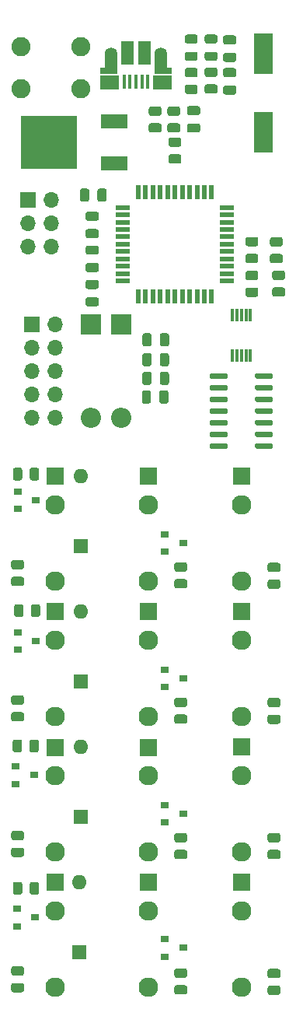
<source format=gbr>
%TF.GenerationSoftware,KiCad,Pcbnew,(5.1.9)-1*%
%TF.CreationDate,2021-05-12T23:24:28-04:00*%
%TF.ProjectId,main,6d61696e-2e6b-4696-9361-645f70636258,rev?*%
%TF.SameCoordinates,Original*%
%TF.FileFunction,Soldermask,Bot*%
%TF.FilePolarity,Negative*%
%FSLAX46Y46*%
G04 Gerber Fmt 4.6, Leading zero omitted, Abs format (unit mm)*
G04 Created by KiCad (PCBNEW (5.1.9)-1) date 2021-05-12 23:24:28*
%MOMM*%
%LPD*%
G01*
G04 APERTURE LIST*
%ADD10O,1.700000X1.700000*%
%ADD11R,1.700000X1.700000*%
%ADD12R,3.000000X1.600000*%
%ADD13R,6.200000X5.800000*%
%ADD14R,2.200000X2.200000*%
%ADD15O,2.200000X2.200000*%
%ADD16R,0.900000X0.800000*%
%ADD17R,1.600000X1.600000*%
%ADD18O,1.600000X1.600000*%
%ADD19R,1.350000X2.000000*%
%ADD20R,1.825000X0.700000*%
%ADD21R,2.000000X1.500000*%
%ADD22R,0.400000X1.650000*%
%ADD23O,1.100000X1.500000*%
%ADD24O,1.350000X1.700000*%
%ADD25R,1.430000X2.500000*%
%ADD26C,2.130000*%
%ADD27R,1.930000X1.830000*%
%ADD28C,2.082800*%
%ADD29R,1.500000X0.550000*%
%ADD30R,0.550000X1.500000*%
%ADD31R,0.300000X1.400000*%
%ADD32R,2.000000X4.500000*%
G04 APERTURE END LIST*
D10*
%TO.C,J15*%
X157099000Y-69215000D03*
X154559000Y-69215000D03*
X157099000Y-66675000D03*
X154559000Y-66675000D03*
X157099000Y-64135000D03*
D11*
X154559000Y-64135000D03*
%TD*%
D12*
%TO.C,IC1*%
X163945000Y-60197000D03*
D13*
X156845000Y-57912000D03*
D12*
X163945000Y-55627000D03*
%TD*%
%TO.C,R25*%
G36*
G01*
X174047998Y-51557500D02*
X174948002Y-51557500D01*
G75*
G02*
X175198000Y-51807498I0J-249998D01*
G01*
X175198000Y-52332502D01*
G75*
G02*
X174948002Y-52582500I-249998J0D01*
G01*
X174047998Y-52582500D01*
G75*
G02*
X173798000Y-52332502I0J249998D01*
G01*
X173798000Y-51807498D01*
G75*
G02*
X174047998Y-51557500I249998J0D01*
G01*
G37*
G36*
G01*
X174047998Y-49732500D02*
X174948002Y-49732500D01*
G75*
G02*
X175198000Y-49982498I0J-249998D01*
G01*
X175198000Y-50507502D01*
G75*
G02*
X174948002Y-50757500I-249998J0D01*
G01*
X174047998Y-50757500D01*
G75*
G02*
X173798000Y-50507502I0J249998D01*
G01*
X173798000Y-49982498D01*
G75*
G02*
X174047998Y-49732500I249998J0D01*
G01*
G37*
%TD*%
D10*
%TO.C,J2*%
X157480000Y-87884000D03*
X154940000Y-87884000D03*
X157480000Y-85344000D03*
X154940000Y-85344000D03*
X157480000Y-82804000D03*
X154940000Y-82804000D03*
X157480000Y-80264000D03*
X154940000Y-80264000D03*
X157480000Y-77724000D03*
D11*
X154940000Y-77724000D03*
%TD*%
%TO.C,C1*%
G36*
G01*
X161069000Y-67318000D02*
X162019000Y-67318000D01*
G75*
G02*
X162269000Y-67568000I0J-250000D01*
G01*
X162269000Y-68068000D01*
G75*
G02*
X162019000Y-68318000I-250000J0D01*
G01*
X161069000Y-68318000D01*
G75*
G02*
X160819000Y-68068000I0J250000D01*
G01*
X160819000Y-67568000D01*
G75*
G02*
X161069000Y-67318000I250000J0D01*
G01*
G37*
G36*
G01*
X161069000Y-65418000D02*
X162019000Y-65418000D01*
G75*
G02*
X162269000Y-65668000I0J-250000D01*
G01*
X162269000Y-66168000D01*
G75*
G02*
X162019000Y-66418000I-250000J0D01*
G01*
X161069000Y-66418000D01*
G75*
G02*
X160819000Y-66168000I0J250000D01*
G01*
X160819000Y-65668000D01*
G75*
G02*
X161069000Y-65418000I250000J0D01*
G01*
G37*
%TD*%
%TO.C,C2*%
G36*
G01*
X173068000Y-56822000D02*
X172118000Y-56822000D01*
G75*
G02*
X171868000Y-56572000I0J250000D01*
G01*
X171868000Y-56072000D01*
G75*
G02*
X172118000Y-55822000I250000J0D01*
G01*
X173068000Y-55822000D01*
G75*
G02*
X173318000Y-56072000I0J-250000D01*
G01*
X173318000Y-56572000D01*
G75*
G02*
X173068000Y-56822000I-250000J0D01*
G01*
G37*
G36*
G01*
X173068000Y-54922000D02*
X172118000Y-54922000D01*
G75*
G02*
X171868000Y-54672000I0J250000D01*
G01*
X171868000Y-54172000D01*
G75*
G02*
X172118000Y-53922000I250000J0D01*
G01*
X173068000Y-53922000D01*
G75*
G02*
X173318000Y-54172000I0J-250000D01*
G01*
X173318000Y-54672000D01*
G75*
G02*
X173068000Y-54922000I-250000J0D01*
G01*
G37*
%TD*%
%TO.C,C3*%
G36*
G01*
X176055000Y-46236000D02*
X177005000Y-46236000D01*
G75*
G02*
X177255000Y-46486000I0J-250000D01*
G01*
X177255000Y-46986000D01*
G75*
G02*
X177005000Y-47236000I-250000J0D01*
G01*
X176055000Y-47236000D01*
G75*
G02*
X175805000Y-46986000I0J250000D01*
G01*
X175805000Y-46486000D01*
G75*
G02*
X176055000Y-46236000I250000J0D01*
G01*
G37*
G36*
G01*
X176055000Y-48136000D02*
X177005000Y-48136000D01*
G75*
G02*
X177255000Y-48386000I0J-250000D01*
G01*
X177255000Y-48886000D01*
G75*
G02*
X177005000Y-49136000I-250000J0D01*
G01*
X176055000Y-49136000D01*
G75*
G02*
X175805000Y-48886000I0J250000D01*
G01*
X175805000Y-48386000D01*
G75*
G02*
X176055000Y-48136000I250000J0D01*
G01*
G37*
%TD*%
%TO.C,C4*%
G36*
G01*
X177005000Y-50792000D02*
X176055000Y-50792000D01*
G75*
G02*
X175805000Y-50542000I0J250000D01*
G01*
X175805000Y-50042000D01*
G75*
G02*
X176055000Y-49792000I250000J0D01*
G01*
X177005000Y-49792000D01*
G75*
G02*
X177255000Y-50042000I0J-250000D01*
G01*
X177255000Y-50542000D01*
G75*
G02*
X177005000Y-50792000I-250000J0D01*
G01*
G37*
G36*
G01*
X177005000Y-52692000D02*
X176055000Y-52692000D01*
G75*
G02*
X175805000Y-52442000I0J250000D01*
G01*
X175805000Y-51942000D01*
G75*
G02*
X176055000Y-51692000I250000J0D01*
G01*
X177005000Y-51692000D01*
G75*
G02*
X177255000Y-51942000I0J-250000D01*
G01*
X177255000Y-52442000D01*
G75*
G02*
X177005000Y-52692000I-250000J0D01*
G01*
G37*
%TD*%
%TO.C,C5*%
G36*
G01*
X162019000Y-70101000D02*
X161069000Y-70101000D01*
G75*
G02*
X160819000Y-69851000I0J250000D01*
G01*
X160819000Y-69351000D01*
G75*
G02*
X161069000Y-69101000I250000J0D01*
G01*
X162019000Y-69101000D01*
G75*
G02*
X162269000Y-69351000I0J-250000D01*
G01*
X162269000Y-69851000D01*
G75*
G02*
X162019000Y-70101000I-250000J0D01*
G01*
G37*
G36*
G01*
X162019000Y-72001000D02*
X161069000Y-72001000D01*
G75*
G02*
X160819000Y-71751000I0J250000D01*
G01*
X160819000Y-71251000D01*
G75*
G02*
X161069000Y-71001000I250000J0D01*
G01*
X162019000Y-71001000D01*
G75*
G02*
X162269000Y-71251000I0J-250000D01*
G01*
X162269000Y-71751000D01*
G75*
G02*
X162019000Y-72001000I-250000J0D01*
G01*
G37*
%TD*%
%TO.C,C6*%
G36*
G01*
X163121000Y-63152000D02*
X163121000Y-64102000D01*
G75*
G02*
X162871000Y-64352000I-250000J0D01*
G01*
X162371000Y-64352000D01*
G75*
G02*
X162121000Y-64102000I0J250000D01*
G01*
X162121000Y-63152000D01*
G75*
G02*
X162371000Y-62902000I250000J0D01*
G01*
X162871000Y-62902000D01*
G75*
G02*
X163121000Y-63152000I0J-250000D01*
G01*
G37*
G36*
G01*
X161221000Y-63152000D02*
X161221000Y-64102000D01*
G75*
G02*
X160971000Y-64352000I-250000J0D01*
G01*
X160471000Y-64352000D01*
G75*
G02*
X160221000Y-64102000I0J250000D01*
G01*
X160221000Y-63152000D01*
G75*
G02*
X160471000Y-62902000I250000J0D01*
G01*
X160971000Y-62902000D01*
G75*
G02*
X161221000Y-63152000I0J-250000D01*
G01*
G37*
%TD*%
%TO.C,C7*%
G36*
G01*
X161069000Y-72845000D02*
X162019000Y-72845000D01*
G75*
G02*
X162269000Y-73095000I0J-250000D01*
G01*
X162269000Y-73595000D01*
G75*
G02*
X162019000Y-73845000I-250000J0D01*
G01*
X161069000Y-73845000D01*
G75*
G02*
X160819000Y-73595000I0J250000D01*
G01*
X160819000Y-73095000D01*
G75*
G02*
X161069000Y-72845000I250000J0D01*
G01*
G37*
G36*
G01*
X161069000Y-74745000D02*
X162019000Y-74745000D01*
G75*
G02*
X162269000Y-74995000I0J-250000D01*
G01*
X162269000Y-75495000D01*
G75*
G02*
X162019000Y-75745000I-250000J0D01*
G01*
X161069000Y-75745000D01*
G75*
G02*
X160819000Y-75495000I0J250000D01*
G01*
X160819000Y-74995000D01*
G75*
G02*
X161069000Y-74745000I250000J0D01*
G01*
G37*
%TD*%
%TO.C,C8*%
G36*
G01*
X168018000Y-78900000D02*
X168018000Y-79850000D01*
G75*
G02*
X167768000Y-80100000I-250000J0D01*
G01*
X167268000Y-80100000D01*
G75*
G02*
X167018000Y-79850000I0J250000D01*
G01*
X167018000Y-78900000D01*
G75*
G02*
X167268000Y-78650000I250000J0D01*
G01*
X167768000Y-78650000D01*
G75*
G02*
X168018000Y-78900000I0J-250000D01*
G01*
G37*
G36*
G01*
X169918000Y-78900000D02*
X169918000Y-79850000D01*
G75*
G02*
X169668000Y-80100000I-250000J0D01*
G01*
X169168000Y-80100000D01*
G75*
G02*
X168918000Y-79850000I0J250000D01*
G01*
X168918000Y-78900000D01*
G75*
G02*
X169168000Y-78650000I250000J0D01*
G01*
X169668000Y-78650000D01*
G75*
G02*
X169918000Y-78900000I0J-250000D01*
G01*
G37*
%TD*%
%TO.C,C9*%
G36*
G01*
X166952000Y-86073000D02*
X166952000Y-85123000D01*
G75*
G02*
X167202000Y-84873000I250000J0D01*
G01*
X167702000Y-84873000D01*
G75*
G02*
X167952000Y-85123000I0J-250000D01*
G01*
X167952000Y-86073000D01*
G75*
G02*
X167702000Y-86323000I-250000J0D01*
G01*
X167202000Y-86323000D01*
G75*
G02*
X166952000Y-86073000I0J250000D01*
G01*
G37*
G36*
G01*
X168852000Y-86073000D02*
X168852000Y-85123000D01*
G75*
G02*
X169102000Y-84873000I250000J0D01*
G01*
X169602000Y-84873000D01*
G75*
G02*
X169852000Y-85123000I0J-250000D01*
G01*
X169852000Y-86073000D01*
G75*
G02*
X169602000Y-86323000I-250000J0D01*
G01*
X169102000Y-86323000D01*
G75*
G02*
X168852000Y-86073000I0J250000D01*
G01*
G37*
%TD*%
%TO.C,C10*%
G36*
G01*
X168013000Y-81059000D02*
X168013000Y-82009000D01*
G75*
G02*
X167763000Y-82259000I-250000J0D01*
G01*
X167263000Y-82259000D01*
G75*
G02*
X167013000Y-82009000I0J250000D01*
G01*
X167013000Y-81059000D01*
G75*
G02*
X167263000Y-80809000I250000J0D01*
G01*
X167763000Y-80809000D01*
G75*
G02*
X168013000Y-81059000I0J-250000D01*
G01*
G37*
G36*
G01*
X169913000Y-81059000D02*
X169913000Y-82009000D01*
G75*
G02*
X169663000Y-82259000I-250000J0D01*
G01*
X169163000Y-82259000D01*
G75*
G02*
X168913000Y-82009000I0J250000D01*
G01*
X168913000Y-81059000D01*
G75*
G02*
X169163000Y-80809000I250000J0D01*
G01*
X169663000Y-80809000D01*
G75*
G02*
X169913000Y-81059000I0J-250000D01*
G01*
G37*
%TD*%
%TO.C,C11*%
G36*
G01*
X167013000Y-84041000D02*
X167013000Y-83091000D01*
G75*
G02*
X167263000Y-82841000I250000J0D01*
G01*
X167763000Y-82841000D01*
G75*
G02*
X168013000Y-83091000I0J-250000D01*
G01*
X168013000Y-84041000D01*
G75*
G02*
X167763000Y-84291000I-250000J0D01*
G01*
X167263000Y-84291000D01*
G75*
G02*
X167013000Y-84041000I0J250000D01*
G01*
G37*
G36*
G01*
X168913000Y-84041000D02*
X168913000Y-83091000D01*
G75*
G02*
X169163000Y-82841000I250000J0D01*
G01*
X169663000Y-82841000D01*
G75*
G02*
X169913000Y-83091000I0J-250000D01*
G01*
X169913000Y-84041000D01*
G75*
G02*
X169663000Y-84291000I-250000J0D01*
G01*
X169163000Y-84291000D01*
G75*
G02*
X168913000Y-84041000I0J250000D01*
G01*
G37*
%TD*%
D14*
%TO.C,D1*%
X161417000Y-77724000D03*
D15*
X161417000Y-87884000D03*
%TD*%
%TO.C,D2*%
X164719000Y-87884000D03*
D14*
X164719000Y-77724000D03*
%TD*%
%TO.C,D3*%
G36*
G01*
X174954250Y-47126500D02*
X174041750Y-47126500D01*
G75*
G02*
X173798000Y-46882750I0J243750D01*
G01*
X173798000Y-46395250D01*
G75*
G02*
X174041750Y-46151500I243750J0D01*
G01*
X174954250Y-46151500D01*
G75*
G02*
X175198000Y-46395250I0J-243750D01*
G01*
X175198000Y-46882750D01*
G75*
G02*
X174954250Y-47126500I-243750J0D01*
G01*
G37*
G36*
G01*
X174954250Y-49001500D02*
X174041750Y-49001500D01*
G75*
G02*
X173798000Y-48757750I0J243750D01*
G01*
X173798000Y-48270250D01*
G75*
G02*
X174041750Y-48026500I243750J0D01*
G01*
X174954250Y-48026500D01*
G75*
G02*
X175198000Y-48270250I0J-243750D01*
G01*
X175198000Y-48757750D01*
G75*
G02*
X174954250Y-49001500I-243750J0D01*
G01*
G37*
%TD*%
%TO.C,D4*%
G36*
G01*
X172795250Y-49001500D02*
X171882750Y-49001500D01*
G75*
G02*
X171639000Y-48757750I0J243750D01*
G01*
X171639000Y-48270250D01*
G75*
G02*
X171882750Y-48026500I243750J0D01*
G01*
X172795250Y-48026500D01*
G75*
G02*
X173039000Y-48270250I0J-243750D01*
G01*
X173039000Y-48757750D01*
G75*
G02*
X172795250Y-49001500I-243750J0D01*
G01*
G37*
G36*
G01*
X172795250Y-47126500D02*
X171882750Y-47126500D01*
G75*
G02*
X171639000Y-46882750I0J243750D01*
G01*
X171639000Y-46395250D01*
G75*
G02*
X171882750Y-46151500I243750J0D01*
G01*
X172795250Y-46151500D01*
G75*
G02*
X173039000Y-46395250I0J-243750D01*
G01*
X173039000Y-46882750D01*
G75*
G02*
X172795250Y-47126500I-243750J0D01*
G01*
G37*
%TD*%
D16*
%TO.C,D5*%
X171450000Y-101473000D03*
X169450000Y-100523000D03*
X169450000Y-102423000D03*
%TD*%
%TO.C,D6*%
X169450000Y-117155000D03*
X169450000Y-115255000D03*
X171450000Y-116205000D03*
%TD*%
%TO.C,D7*%
X169450000Y-131887000D03*
X169450000Y-129987000D03*
X171450000Y-130937000D03*
%TD*%
%TO.C,D8*%
X171450000Y-145542000D03*
X169450000Y-144592000D03*
X169450000Y-146492000D03*
%TD*%
D17*
%TO.C,D9*%
X160274000Y-101854000D03*
D18*
X160274000Y-94234000D03*
%TD*%
%TO.C,D10*%
X160274000Y-108966000D03*
D17*
X160274000Y-116586000D03*
%TD*%
D18*
%TO.C,D11*%
X160147000Y-138430000D03*
D17*
X160147000Y-146050000D03*
%TD*%
%TO.C,D12*%
X160274000Y-131318000D03*
D18*
X160274000Y-123698000D03*
%TD*%
D19*
%TO.C,J1*%
X169064000Y-49333000D03*
X163584000Y-49333000D03*
D20*
X163364000Y-50083000D03*
X169314000Y-50083000D03*
D21*
X163464000Y-51383000D03*
X169214000Y-51403000D03*
D22*
X165014000Y-51283000D03*
X165664000Y-51283000D03*
X166314000Y-51283000D03*
X166964000Y-51283000D03*
X167614000Y-51283000D03*
D23*
X163894000Y-51403000D03*
X168734000Y-51403000D03*
D24*
X163584000Y-48403000D03*
X169044000Y-48403000D03*
D25*
X165354000Y-48133000D03*
X167274000Y-48133000D03*
%TD*%
D26*
%TO.C,J3*%
X177800000Y-112066000D03*
D27*
X177800000Y-108966000D03*
D26*
X177800000Y-120366000D03*
%TD*%
%TO.C,J4*%
X177800000Y-135098000D03*
D27*
X177800000Y-123698000D03*
D26*
X177800000Y-126798000D03*
%TD*%
%TO.C,J5*%
X177800000Y-149830000D03*
D27*
X177800000Y-138430000D03*
D26*
X177800000Y-141530000D03*
%TD*%
%TO.C,J6*%
X177800000Y-97334000D03*
D27*
X177800000Y-94234000D03*
D26*
X177800000Y-105634000D03*
%TD*%
%TO.C,J7*%
X167640000Y-97334000D03*
D27*
X167640000Y-94234000D03*
D26*
X167640000Y-105634000D03*
%TD*%
%TO.C,J8*%
X167640000Y-112066000D03*
D27*
X167640000Y-108966000D03*
D26*
X167640000Y-120366000D03*
%TD*%
%TO.C,J9*%
X167640000Y-126828000D03*
D27*
X167640000Y-123728000D03*
D26*
X167640000Y-135128000D03*
%TD*%
%TO.C,J10*%
X167640000Y-149830000D03*
D27*
X167640000Y-138430000D03*
D26*
X167640000Y-141530000D03*
%TD*%
%TO.C,J11*%
X157480000Y-105634000D03*
D27*
X157480000Y-94234000D03*
D26*
X157480000Y-97334000D03*
%TD*%
%TO.C,J12*%
X157480000Y-112066000D03*
D27*
X157480000Y-108966000D03*
D26*
X157480000Y-120366000D03*
%TD*%
%TO.C,J13*%
X157480000Y-149830000D03*
D27*
X157480000Y-138430000D03*
D26*
X157480000Y-141530000D03*
%TD*%
%TO.C,J14*%
X157480000Y-135128000D03*
D27*
X157480000Y-123728000D03*
D26*
X157480000Y-126828000D03*
%TD*%
D16*
%TO.C,Q1*%
X155416000Y-96840000D03*
X153416000Y-95890000D03*
X153416000Y-97790000D03*
%TD*%
%TO.C,Q2*%
X153432000Y-113091000D03*
X153432000Y-111191000D03*
X155432000Y-112141000D03*
%TD*%
%TO.C,Q3*%
X155321000Y-142240000D03*
X153321000Y-141290000D03*
X153321000Y-143190000D03*
%TD*%
%TO.C,Q4*%
X153194000Y-127696000D03*
X153194000Y-125796000D03*
X155194000Y-126746000D03*
%TD*%
%TO.C,R1*%
G36*
G01*
X168852002Y-54995500D02*
X167951998Y-54995500D01*
G75*
G02*
X167702000Y-54745502I0J249998D01*
G01*
X167702000Y-54220498D01*
G75*
G02*
X167951998Y-53970500I249998J0D01*
G01*
X168852002Y-53970500D01*
G75*
G02*
X169102000Y-54220498I0J-249998D01*
G01*
X169102000Y-54745502D01*
G75*
G02*
X168852002Y-54995500I-249998J0D01*
G01*
G37*
G36*
G01*
X168852002Y-56820500D02*
X167951998Y-56820500D01*
G75*
G02*
X167702000Y-56570502I0J249998D01*
G01*
X167702000Y-56045498D01*
G75*
G02*
X167951998Y-55795500I249998J0D01*
G01*
X168852002Y-55795500D01*
G75*
G02*
X169102000Y-56045498I0J-249998D01*
G01*
X169102000Y-56570502D01*
G75*
G02*
X168852002Y-56820500I-249998J0D01*
G01*
G37*
%TD*%
%TO.C,R2*%
G36*
G01*
X170884002Y-56820500D02*
X169983998Y-56820500D01*
G75*
G02*
X169734000Y-56570502I0J249998D01*
G01*
X169734000Y-56045498D01*
G75*
G02*
X169983998Y-55795500I249998J0D01*
G01*
X170884002Y-55795500D01*
G75*
G02*
X171134000Y-56045498I0J-249998D01*
G01*
X171134000Y-56570502D01*
G75*
G02*
X170884002Y-56820500I-249998J0D01*
G01*
G37*
G36*
G01*
X170884002Y-54995500D02*
X169983998Y-54995500D01*
G75*
G02*
X169734000Y-54745502I0J249998D01*
G01*
X169734000Y-54220498D01*
G75*
G02*
X169983998Y-53970500I249998J0D01*
G01*
X170884002Y-53970500D01*
G75*
G02*
X171134000Y-54220498I0J-249998D01*
G01*
X171134000Y-54745502D01*
G75*
G02*
X170884002Y-54995500I-249998J0D01*
G01*
G37*
%TD*%
%TO.C,R3*%
G36*
G01*
X171011002Y-58377500D02*
X170110998Y-58377500D01*
G75*
G02*
X169861000Y-58127502I0J249998D01*
G01*
X169861000Y-57602498D01*
G75*
G02*
X170110998Y-57352500I249998J0D01*
G01*
X171011002Y-57352500D01*
G75*
G02*
X171261000Y-57602498I0J-249998D01*
G01*
X171261000Y-58127502D01*
G75*
G02*
X171011002Y-58377500I-249998J0D01*
G01*
G37*
G36*
G01*
X171011002Y-60202500D02*
X170110998Y-60202500D01*
G75*
G02*
X169861000Y-59952502I0J249998D01*
G01*
X169861000Y-59427498D01*
G75*
G02*
X170110998Y-59177500I249998J0D01*
G01*
X171011002Y-59177500D01*
G75*
G02*
X171261000Y-59427498I0J-249998D01*
G01*
X171261000Y-59952502D01*
G75*
G02*
X171011002Y-60202500I-249998J0D01*
G01*
G37*
%TD*%
%TO.C,R4*%
G36*
G01*
X171888998Y-51604500D02*
X172789002Y-51604500D01*
G75*
G02*
X173039000Y-51854498I0J-249998D01*
G01*
X173039000Y-52379502D01*
G75*
G02*
X172789002Y-52629500I-249998J0D01*
G01*
X171888998Y-52629500D01*
G75*
G02*
X171639000Y-52379502I0J249998D01*
G01*
X171639000Y-51854498D01*
G75*
G02*
X171888998Y-51604500I249998J0D01*
G01*
G37*
G36*
G01*
X171888998Y-49779500D02*
X172789002Y-49779500D01*
G75*
G02*
X173039000Y-50029498I0J-249998D01*
G01*
X173039000Y-50554502D01*
G75*
G02*
X172789002Y-50804500I-249998J0D01*
G01*
X171888998Y-50804500D01*
G75*
G02*
X171639000Y-50554502I0J249998D01*
G01*
X171639000Y-50029498D01*
G75*
G02*
X171888998Y-49779500I249998J0D01*
G01*
G37*
%TD*%
%TO.C,R5*%
G36*
G01*
X178492998Y-68171000D02*
X179393002Y-68171000D01*
G75*
G02*
X179643000Y-68420998I0J-249998D01*
G01*
X179643000Y-68946002D01*
G75*
G02*
X179393002Y-69196000I-249998J0D01*
G01*
X178492998Y-69196000D01*
G75*
G02*
X178243000Y-68946002I0J249998D01*
G01*
X178243000Y-68420998D01*
G75*
G02*
X178492998Y-68171000I249998J0D01*
G01*
G37*
G36*
G01*
X178492998Y-69996000D02*
X179393002Y-69996000D01*
G75*
G02*
X179643000Y-70245998I0J-249998D01*
G01*
X179643000Y-70771002D01*
G75*
G02*
X179393002Y-71021000I-249998J0D01*
G01*
X178492998Y-71021000D01*
G75*
G02*
X178243000Y-70771002I0J249998D01*
G01*
X178243000Y-70245998D01*
G75*
G02*
X178492998Y-69996000I249998J0D01*
G01*
G37*
%TD*%
%TO.C,R6*%
G36*
G01*
X178492998Y-71854000D02*
X179393002Y-71854000D01*
G75*
G02*
X179643000Y-72103998I0J-249998D01*
G01*
X179643000Y-72629002D01*
G75*
G02*
X179393002Y-72879000I-249998J0D01*
G01*
X178492998Y-72879000D01*
G75*
G02*
X178243000Y-72629002I0J249998D01*
G01*
X178243000Y-72103998D01*
G75*
G02*
X178492998Y-71854000I249998J0D01*
G01*
G37*
G36*
G01*
X178492998Y-73679000D02*
X179393002Y-73679000D01*
G75*
G02*
X179643000Y-73928998I0J-249998D01*
G01*
X179643000Y-74454002D01*
G75*
G02*
X179393002Y-74704000I-249998J0D01*
G01*
X178492998Y-74704000D01*
G75*
G02*
X178243000Y-74454002I0J249998D01*
G01*
X178243000Y-73928998D01*
G75*
G02*
X178492998Y-73679000I249998J0D01*
G01*
G37*
%TD*%
%TO.C,R7*%
G36*
G01*
X181159998Y-70019500D02*
X182060002Y-70019500D01*
G75*
G02*
X182310000Y-70269498I0J-249998D01*
G01*
X182310000Y-70794502D01*
G75*
G02*
X182060002Y-71044500I-249998J0D01*
G01*
X181159998Y-71044500D01*
G75*
G02*
X180910000Y-70794502I0J249998D01*
G01*
X180910000Y-70269498D01*
G75*
G02*
X181159998Y-70019500I249998J0D01*
G01*
G37*
G36*
G01*
X181159998Y-68194500D02*
X182060002Y-68194500D01*
G75*
G02*
X182310000Y-68444498I0J-249998D01*
G01*
X182310000Y-68969502D01*
G75*
G02*
X182060002Y-69219500I-249998J0D01*
G01*
X181159998Y-69219500D01*
G75*
G02*
X180910000Y-68969502I0J249998D01*
G01*
X180910000Y-68444498D01*
G75*
G02*
X181159998Y-68194500I249998J0D01*
G01*
G37*
%TD*%
%TO.C,R8*%
G36*
G01*
X181413998Y-73655500D02*
X182314002Y-73655500D01*
G75*
G02*
X182564000Y-73905498I0J-249998D01*
G01*
X182564000Y-74430502D01*
G75*
G02*
X182314002Y-74680500I-249998J0D01*
G01*
X181413998Y-74680500D01*
G75*
G02*
X181164000Y-74430502I0J249998D01*
G01*
X181164000Y-73905498D01*
G75*
G02*
X181413998Y-73655500I249998J0D01*
G01*
G37*
G36*
G01*
X181413998Y-71830500D02*
X182314002Y-71830500D01*
G75*
G02*
X182564000Y-72080498I0J-249998D01*
G01*
X182564000Y-72605502D01*
G75*
G02*
X182314002Y-72855500I-249998J0D01*
G01*
X181413998Y-72855500D01*
G75*
G02*
X181164000Y-72605502I0J249998D01*
G01*
X181164000Y-72080498D01*
G75*
G02*
X181413998Y-71830500I249998J0D01*
G01*
G37*
%TD*%
%TO.C,R9*%
G36*
G01*
X181806002Y-119361000D02*
X180905998Y-119361000D01*
G75*
G02*
X180656000Y-119111002I0J249998D01*
G01*
X180656000Y-118585998D01*
G75*
G02*
X180905998Y-118336000I249998J0D01*
G01*
X181806002Y-118336000D01*
G75*
G02*
X182056000Y-118585998I0J-249998D01*
G01*
X182056000Y-119111002D01*
G75*
G02*
X181806002Y-119361000I-249998J0D01*
G01*
G37*
G36*
G01*
X181806002Y-121186000D02*
X180905998Y-121186000D01*
G75*
G02*
X180656000Y-120936002I0J249998D01*
G01*
X180656000Y-120410998D01*
G75*
G02*
X180905998Y-120161000I249998J0D01*
G01*
X181806002Y-120161000D01*
G75*
G02*
X182056000Y-120410998I0J-249998D01*
G01*
X182056000Y-120936002D01*
G75*
G02*
X181806002Y-121186000I-249998J0D01*
G01*
G37*
%TD*%
%TO.C,R10*%
G36*
G01*
X181806002Y-135894500D02*
X180905998Y-135894500D01*
G75*
G02*
X180656000Y-135644502I0J249998D01*
G01*
X180656000Y-135119498D01*
G75*
G02*
X180905998Y-134869500I249998J0D01*
G01*
X181806002Y-134869500D01*
G75*
G02*
X182056000Y-135119498I0J-249998D01*
G01*
X182056000Y-135644502D01*
G75*
G02*
X181806002Y-135894500I-249998J0D01*
G01*
G37*
G36*
G01*
X181806002Y-134069500D02*
X180905998Y-134069500D01*
G75*
G02*
X180656000Y-133819502I0J249998D01*
G01*
X180656000Y-133294498D01*
G75*
G02*
X180905998Y-133044500I249998J0D01*
G01*
X181806002Y-133044500D01*
G75*
G02*
X182056000Y-133294498I0J-249998D01*
G01*
X182056000Y-133819502D01*
G75*
G02*
X181806002Y-134069500I-249998J0D01*
G01*
G37*
%TD*%
%TO.C,R11*%
G36*
G01*
X181806002Y-148848500D02*
X180905998Y-148848500D01*
G75*
G02*
X180656000Y-148598502I0J249998D01*
G01*
X180656000Y-148073498D01*
G75*
G02*
X180905998Y-147823500I249998J0D01*
G01*
X181806002Y-147823500D01*
G75*
G02*
X182056000Y-148073498I0J-249998D01*
G01*
X182056000Y-148598502D01*
G75*
G02*
X181806002Y-148848500I-249998J0D01*
G01*
G37*
G36*
G01*
X181806002Y-150673500D02*
X180905998Y-150673500D01*
G75*
G02*
X180656000Y-150423502I0J249998D01*
G01*
X180656000Y-149898498D01*
G75*
G02*
X180905998Y-149648500I249998J0D01*
G01*
X181806002Y-149648500D01*
G75*
G02*
X182056000Y-149898498I0J-249998D01*
G01*
X182056000Y-150423502D01*
G75*
G02*
X181806002Y-150673500I-249998J0D01*
G01*
G37*
%TD*%
%TO.C,R12*%
G36*
G01*
X181806002Y-106477500D02*
X180905998Y-106477500D01*
G75*
G02*
X180656000Y-106227502I0J249998D01*
G01*
X180656000Y-105702498D01*
G75*
G02*
X180905998Y-105452500I249998J0D01*
G01*
X181806002Y-105452500D01*
G75*
G02*
X182056000Y-105702498I0J-249998D01*
G01*
X182056000Y-106227502D01*
G75*
G02*
X181806002Y-106477500I-249998J0D01*
G01*
G37*
G36*
G01*
X181806002Y-104652500D02*
X180905998Y-104652500D01*
G75*
G02*
X180656000Y-104402502I0J249998D01*
G01*
X180656000Y-103877498D01*
G75*
G02*
X180905998Y-103627500I249998J0D01*
G01*
X181806002Y-103627500D01*
G75*
G02*
X182056000Y-103877498I0J-249998D01*
G01*
X182056000Y-104402502D01*
G75*
G02*
X181806002Y-104652500I-249998J0D01*
G01*
G37*
%TD*%
%TO.C,R13*%
G36*
G01*
X170745998Y-103580500D02*
X171646002Y-103580500D01*
G75*
G02*
X171896000Y-103830498I0J-249998D01*
G01*
X171896000Y-104355502D01*
G75*
G02*
X171646002Y-104605500I-249998J0D01*
G01*
X170745998Y-104605500D01*
G75*
G02*
X170496000Y-104355502I0J249998D01*
G01*
X170496000Y-103830498D01*
G75*
G02*
X170745998Y-103580500I249998J0D01*
G01*
G37*
G36*
G01*
X170745998Y-105405500D02*
X171646002Y-105405500D01*
G75*
G02*
X171896000Y-105655498I0J-249998D01*
G01*
X171896000Y-106180502D01*
G75*
G02*
X171646002Y-106430500I-249998J0D01*
G01*
X170745998Y-106430500D01*
G75*
G02*
X170496000Y-106180502I0J249998D01*
G01*
X170496000Y-105655498D01*
G75*
G02*
X170745998Y-105405500I249998J0D01*
G01*
G37*
%TD*%
%TO.C,R14*%
G36*
G01*
X170745998Y-120137500D02*
X171646002Y-120137500D01*
G75*
G02*
X171896000Y-120387498I0J-249998D01*
G01*
X171896000Y-120912502D01*
G75*
G02*
X171646002Y-121162500I-249998J0D01*
G01*
X170745998Y-121162500D01*
G75*
G02*
X170496000Y-120912502I0J249998D01*
G01*
X170496000Y-120387498D01*
G75*
G02*
X170745998Y-120137500I249998J0D01*
G01*
G37*
G36*
G01*
X170745998Y-118312500D02*
X171646002Y-118312500D01*
G75*
G02*
X171896000Y-118562498I0J-249998D01*
G01*
X171896000Y-119087502D01*
G75*
G02*
X171646002Y-119337500I-249998J0D01*
G01*
X170745998Y-119337500D01*
G75*
G02*
X170496000Y-119087502I0J249998D01*
G01*
X170496000Y-118562498D01*
G75*
G02*
X170745998Y-118312500I249998J0D01*
G01*
G37*
%TD*%
%TO.C,R15*%
G36*
G01*
X170745998Y-133044500D02*
X171646002Y-133044500D01*
G75*
G02*
X171896000Y-133294498I0J-249998D01*
G01*
X171896000Y-133819502D01*
G75*
G02*
X171646002Y-134069500I-249998J0D01*
G01*
X170745998Y-134069500D01*
G75*
G02*
X170496000Y-133819502I0J249998D01*
G01*
X170496000Y-133294498D01*
G75*
G02*
X170745998Y-133044500I249998J0D01*
G01*
G37*
G36*
G01*
X170745998Y-134869500D02*
X171646002Y-134869500D01*
G75*
G02*
X171896000Y-135119498I0J-249998D01*
G01*
X171896000Y-135644502D01*
G75*
G02*
X171646002Y-135894500I-249998J0D01*
G01*
X170745998Y-135894500D01*
G75*
G02*
X170496000Y-135644502I0J249998D01*
G01*
X170496000Y-135119498D01*
G75*
G02*
X170745998Y-134869500I249998J0D01*
G01*
G37*
%TD*%
%TO.C,R16*%
G36*
G01*
X170745998Y-149601500D02*
X171646002Y-149601500D01*
G75*
G02*
X171896000Y-149851498I0J-249998D01*
G01*
X171896000Y-150376502D01*
G75*
G02*
X171646002Y-150626500I-249998J0D01*
G01*
X170745998Y-150626500D01*
G75*
G02*
X170496000Y-150376502I0J249998D01*
G01*
X170496000Y-149851498D01*
G75*
G02*
X170745998Y-149601500I249998J0D01*
G01*
G37*
G36*
G01*
X170745998Y-147776500D02*
X171646002Y-147776500D01*
G75*
G02*
X171896000Y-148026498I0J-249998D01*
G01*
X171896000Y-148551502D01*
G75*
G02*
X171646002Y-148801500I-249998J0D01*
G01*
X170745998Y-148801500D01*
G75*
G02*
X170496000Y-148551502I0J249998D01*
G01*
X170496000Y-148026498D01*
G75*
G02*
X170745998Y-147776500I249998J0D01*
G01*
G37*
%TD*%
%TO.C,R17*%
G36*
G01*
X152965998Y-103326500D02*
X153866002Y-103326500D01*
G75*
G02*
X154116000Y-103576498I0J-249998D01*
G01*
X154116000Y-104101502D01*
G75*
G02*
X153866002Y-104351500I-249998J0D01*
G01*
X152965998Y-104351500D01*
G75*
G02*
X152716000Y-104101502I0J249998D01*
G01*
X152716000Y-103576498D01*
G75*
G02*
X152965998Y-103326500I249998J0D01*
G01*
G37*
G36*
G01*
X152965998Y-105151500D02*
X153866002Y-105151500D01*
G75*
G02*
X154116000Y-105401498I0J-249998D01*
G01*
X154116000Y-105926502D01*
G75*
G02*
X153866002Y-106176500I-249998J0D01*
G01*
X152965998Y-106176500D01*
G75*
G02*
X152716000Y-105926502I0J249998D01*
G01*
X152716000Y-105401498D01*
G75*
G02*
X152965998Y-105151500I249998J0D01*
G01*
G37*
%TD*%
%TO.C,R18*%
G36*
G01*
X152965998Y-118058500D02*
X153866002Y-118058500D01*
G75*
G02*
X154116000Y-118308498I0J-249998D01*
G01*
X154116000Y-118833502D01*
G75*
G02*
X153866002Y-119083500I-249998J0D01*
G01*
X152965998Y-119083500D01*
G75*
G02*
X152716000Y-118833502I0J249998D01*
G01*
X152716000Y-118308498D01*
G75*
G02*
X152965998Y-118058500I249998J0D01*
G01*
G37*
G36*
G01*
X152965998Y-119883500D02*
X153866002Y-119883500D01*
G75*
G02*
X154116000Y-120133498I0J-249998D01*
G01*
X154116000Y-120658502D01*
G75*
G02*
X153866002Y-120908500I-249998J0D01*
G01*
X152965998Y-120908500D01*
G75*
G02*
X152716000Y-120658502I0J249998D01*
G01*
X152716000Y-120133498D01*
G75*
G02*
X152965998Y-119883500I249998J0D01*
G01*
G37*
%TD*%
%TO.C,R19*%
G36*
G01*
X153928500Y-93529998D02*
X153928500Y-94430002D01*
G75*
G02*
X153678502Y-94680000I-249998J0D01*
G01*
X153153498Y-94680000D01*
G75*
G02*
X152903500Y-94430002I0J249998D01*
G01*
X152903500Y-93529998D01*
G75*
G02*
X153153498Y-93280000I249998J0D01*
G01*
X153678502Y-93280000D01*
G75*
G02*
X153928500Y-93529998I0J-249998D01*
G01*
G37*
G36*
G01*
X155753500Y-93529998D02*
X155753500Y-94430002D01*
G75*
G02*
X155503502Y-94680000I-249998J0D01*
G01*
X154978498Y-94680000D01*
G75*
G02*
X154728500Y-94430002I0J249998D01*
G01*
X154728500Y-93529998D01*
G75*
G02*
X154978498Y-93280000I249998J0D01*
G01*
X155503502Y-93280000D01*
G75*
G02*
X155753500Y-93529998I0J-249998D01*
G01*
G37*
%TD*%
%TO.C,R20*%
G36*
G01*
X154055500Y-108388998D02*
X154055500Y-109289002D01*
G75*
G02*
X153805502Y-109539000I-249998J0D01*
G01*
X153280498Y-109539000D01*
G75*
G02*
X153030500Y-109289002I0J249998D01*
G01*
X153030500Y-108388998D01*
G75*
G02*
X153280498Y-108139000I249998J0D01*
G01*
X153805502Y-108139000D01*
G75*
G02*
X154055500Y-108388998I0J-249998D01*
G01*
G37*
G36*
G01*
X155880500Y-108388998D02*
X155880500Y-109289002D01*
G75*
G02*
X155630502Y-109539000I-249998J0D01*
G01*
X155105498Y-109539000D01*
G75*
G02*
X154855500Y-109289002I0J249998D01*
G01*
X154855500Y-108388998D01*
G75*
G02*
X155105498Y-108139000I249998J0D01*
G01*
X155630502Y-108139000D01*
G75*
G02*
X155880500Y-108388998I0J-249998D01*
G01*
G37*
%TD*%
%TO.C,R21*%
G36*
G01*
X152965998Y-147546000D02*
X153866002Y-147546000D01*
G75*
G02*
X154116000Y-147795998I0J-249998D01*
G01*
X154116000Y-148321002D01*
G75*
G02*
X153866002Y-148571000I-249998J0D01*
G01*
X152965998Y-148571000D01*
G75*
G02*
X152716000Y-148321002I0J249998D01*
G01*
X152716000Y-147795998D01*
G75*
G02*
X152965998Y-147546000I249998J0D01*
G01*
G37*
G36*
G01*
X152965998Y-149371000D02*
X153866002Y-149371000D01*
G75*
G02*
X154116000Y-149620998I0J-249998D01*
G01*
X154116000Y-150146002D01*
G75*
G02*
X153866002Y-150396000I-249998J0D01*
G01*
X152965998Y-150396000D01*
G75*
G02*
X152716000Y-150146002I0J249998D01*
G01*
X152716000Y-149620998D01*
G75*
G02*
X152965998Y-149371000I249998J0D01*
G01*
G37*
%TD*%
%TO.C,R22*%
G36*
G01*
X152965998Y-132814000D02*
X153866002Y-132814000D01*
G75*
G02*
X154116000Y-133063998I0J-249998D01*
G01*
X154116000Y-133589002D01*
G75*
G02*
X153866002Y-133839000I-249998J0D01*
G01*
X152965998Y-133839000D01*
G75*
G02*
X152716000Y-133589002I0J249998D01*
G01*
X152716000Y-133063998D01*
G75*
G02*
X152965998Y-132814000I249998J0D01*
G01*
G37*
G36*
G01*
X152965998Y-134639000D02*
X153866002Y-134639000D01*
G75*
G02*
X154116000Y-134888998I0J-249998D01*
G01*
X154116000Y-135414002D01*
G75*
G02*
X153866002Y-135664000I-249998J0D01*
G01*
X152965998Y-135664000D01*
G75*
G02*
X152716000Y-135414002I0J249998D01*
G01*
X152716000Y-134888998D01*
G75*
G02*
X152965998Y-134639000I249998J0D01*
G01*
G37*
%TD*%
%TO.C,R23*%
G36*
G01*
X153928500Y-138614998D02*
X153928500Y-139515002D01*
G75*
G02*
X153678502Y-139765000I-249998J0D01*
G01*
X153153498Y-139765000D01*
G75*
G02*
X152903500Y-139515002I0J249998D01*
G01*
X152903500Y-138614998D01*
G75*
G02*
X153153498Y-138365000I249998J0D01*
G01*
X153678502Y-138365000D01*
G75*
G02*
X153928500Y-138614998I0J-249998D01*
G01*
G37*
G36*
G01*
X155753500Y-138614998D02*
X155753500Y-139515002D01*
G75*
G02*
X155503502Y-139765000I-249998J0D01*
G01*
X154978498Y-139765000D01*
G75*
G02*
X154728500Y-139515002I0J249998D01*
G01*
X154728500Y-138614998D01*
G75*
G02*
X154978498Y-138365000I249998J0D01*
G01*
X155503502Y-138365000D01*
G75*
G02*
X155753500Y-138614998I0J-249998D01*
G01*
G37*
%TD*%
%TO.C,R24*%
G36*
G01*
X155730000Y-123120998D02*
X155730000Y-124021002D01*
G75*
G02*
X155480002Y-124271000I-249998J0D01*
G01*
X154954998Y-124271000D01*
G75*
G02*
X154705000Y-124021002I0J249998D01*
G01*
X154705000Y-123120998D01*
G75*
G02*
X154954998Y-122871000I249998J0D01*
G01*
X155480002Y-122871000D01*
G75*
G02*
X155730000Y-123120998I0J-249998D01*
G01*
G37*
G36*
G01*
X153905000Y-123120998D02*
X153905000Y-124021002D01*
G75*
G02*
X153655002Y-124271000I-249998J0D01*
G01*
X153129998Y-124271000D01*
G75*
G02*
X152880000Y-124021002I0J249998D01*
G01*
X152880000Y-123120998D01*
G75*
G02*
X153129998Y-122871000I249998J0D01*
G01*
X153655002Y-122871000D01*
G75*
G02*
X153905000Y-123120998I0J-249998D01*
G01*
G37*
%TD*%
D28*
%TO.C,RESET1*%
X153771600Y-52019200D03*
X160274000Y-52019200D03*
X153771600Y-47498000D03*
X160274000Y-47498000D03*
%TD*%
D29*
%TO.C,U2*%
X164861000Y-72961000D03*
X164861000Y-72161000D03*
X164861000Y-71361000D03*
X164861000Y-70561000D03*
X164861000Y-69761000D03*
X164861000Y-68961000D03*
X164861000Y-68161000D03*
X164861000Y-67361000D03*
X164861000Y-66561000D03*
X164861000Y-65761000D03*
X164861000Y-64961000D03*
D30*
X166561000Y-63261000D03*
X167361000Y-63261000D03*
X168161000Y-63261000D03*
X168961000Y-63261000D03*
X169761000Y-63261000D03*
X170561000Y-63261000D03*
X171361000Y-63261000D03*
X172161000Y-63261000D03*
X172961000Y-63261000D03*
X173761000Y-63261000D03*
X174561000Y-63261000D03*
D29*
X176261000Y-64961000D03*
X176261000Y-65761000D03*
X176261000Y-66561000D03*
X176261000Y-67361000D03*
X176261000Y-68161000D03*
X176261000Y-68961000D03*
X176261000Y-69761000D03*
X176261000Y-70561000D03*
X176261000Y-71361000D03*
X176261000Y-72161000D03*
X176261000Y-72961000D03*
D30*
X174561000Y-74661000D03*
X173761000Y-74661000D03*
X172961000Y-74661000D03*
X172161000Y-74661000D03*
X171361000Y-74661000D03*
X170561000Y-74661000D03*
X169761000Y-74661000D03*
X168961000Y-74661000D03*
X168161000Y-74661000D03*
X167361000Y-74661000D03*
X166561000Y-74661000D03*
%TD*%
D31*
%TO.C,U3*%
X176800000Y-76667000D03*
X177300000Y-76667000D03*
X177800000Y-76667000D03*
X178300000Y-76667000D03*
X178800000Y-76667000D03*
X178800000Y-81067000D03*
X178300000Y-81067000D03*
X177800000Y-81067000D03*
X177300000Y-81067000D03*
X176800000Y-81067000D03*
%TD*%
%TO.C,U4*%
G36*
G01*
X181250000Y-83162000D02*
X181250000Y-83462000D01*
G75*
G02*
X181100000Y-83612000I-150000J0D01*
G01*
X179450000Y-83612000D01*
G75*
G02*
X179300000Y-83462000I0J150000D01*
G01*
X179300000Y-83162000D01*
G75*
G02*
X179450000Y-83012000I150000J0D01*
G01*
X181100000Y-83012000D01*
G75*
G02*
X181250000Y-83162000I0J-150000D01*
G01*
G37*
G36*
G01*
X181250000Y-84432000D02*
X181250000Y-84732000D01*
G75*
G02*
X181100000Y-84882000I-150000J0D01*
G01*
X179450000Y-84882000D01*
G75*
G02*
X179300000Y-84732000I0J150000D01*
G01*
X179300000Y-84432000D01*
G75*
G02*
X179450000Y-84282000I150000J0D01*
G01*
X181100000Y-84282000D01*
G75*
G02*
X181250000Y-84432000I0J-150000D01*
G01*
G37*
G36*
G01*
X181250000Y-85702000D02*
X181250000Y-86002000D01*
G75*
G02*
X181100000Y-86152000I-150000J0D01*
G01*
X179450000Y-86152000D01*
G75*
G02*
X179300000Y-86002000I0J150000D01*
G01*
X179300000Y-85702000D01*
G75*
G02*
X179450000Y-85552000I150000J0D01*
G01*
X181100000Y-85552000D01*
G75*
G02*
X181250000Y-85702000I0J-150000D01*
G01*
G37*
G36*
G01*
X181250000Y-86972000D02*
X181250000Y-87272000D01*
G75*
G02*
X181100000Y-87422000I-150000J0D01*
G01*
X179450000Y-87422000D01*
G75*
G02*
X179300000Y-87272000I0J150000D01*
G01*
X179300000Y-86972000D01*
G75*
G02*
X179450000Y-86822000I150000J0D01*
G01*
X181100000Y-86822000D01*
G75*
G02*
X181250000Y-86972000I0J-150000D01*
G01*
G37*
G36*
G01*
X181250000Y-88242000D02*
X181250000Y-88542000D01*
G75*
G02*
X181100000Y-88692000I-150000J0D01*
G01*
X179450000Y-88692000D01*
G75*
G02*
X179300000Y-88542000I0J150000D01*
G01*
X179300000Y-88242000D01*
G75*
G02*
X179450000Y-88092000I150000J0D01*
G01*
X181100000Y-88092000D01*
G75*
G02*
X181250000Y-88242000I0J-150000D01*
G01*
G37*
G36*
G01*
X181250000Y-89512000D02*
X181250000Y-89812000D01*
G75*
G02*
X181100000Y-89962000I-150000J0D01*
G01*
X179450000Y-89962000D01*
G75*
G02*
X179300000Y-89812000I0J150000D01*
G01*
X179300000Y-89512000D01*
G75*
G02*
X179450000Y-89362000I150000J0D01*
G01*
X181100000Y-89362000D01*
G75*
G02*
X181250000Y-89512000I0J-150000D01*
G01*
G37*
G36*
G01*
X181250000Y-90782000D02*
X181250000Y-91082000D01*
G75*
G02*
X181100000Y-91232000I-150000J0D01*
G01*
X179450000Y-91232000D01*
G75*
G02*
X179300000Y-91082000I0J150000D01*
G01*
X179300000Y-90782000D01*
G75*
G02*
X179450000Y-90632000I150000J0D01*
G01*
X181100000Y-90632000D01*
G75*
G02*
X181250000Y-90782000I0J-150000D01*
G01*
G37*
G36*
G01*
X176300000Y-90782000D02*
X176300000Y-91082000D01*
G75*
G02*
X176150000Y-91232000I-150000J0D01*
G01*
X174500000Y-91232000D01*
G75*
G02*
X174350000Y-91082000I0J150000D01*
G01*
X174350000Y-90782000D01*
G75*
G02*
X174500000Y-90632000I150000J0D01*
G01*
X176150000Y-90632000D01*
G75*
G02*
X176300000Y-90782000I0J-150000D01*
G01*
G37*
G36*
G01*
X176300000Y-89512000D02*
X176300000Y-89812000D01*
G75*
G02*
X176150000Y-89962000I-150000J0D01*
G01*
X174500000Y-89962000D01*
G75*
G02*
X174350000Y-89812000I0J150000D01*
G01*
X174350000Y-89512000D01*
G75*
G02*
X174500000Y-89362000I150000J0D01*
G01*
X176150000Y-89362000D01*
G75*
G02*
X176300000Y-89512000I0J-150000D01*
G01*
G37*
G36*
G01*
X176300000Y-88242000D02*
X176300000Y-88542000D01*
G75*
G02*
X176150000Y-88692000I-150000J0D01*
G01*
X174500000Y-88692000D01*
G75*
G02*
X174350000Y-88542000I0J150000D01*
G01*
X174350000Y-88242000D01*
G75*
G02*
X174500000Y-88092000I150000J0D01*
G01*
X176150000Y-88092000D01*
G75*
G02*
X176300000Y-88242000I0J-150000D01*
G01*
G37*
G36*
G01*
X176300000Y-86972000D02*
X176300000Y-87272000D01*
G75*
G02*
X176150000Y-87422000I-150000J0D01*
G01*
X174500000Y-87422000D01*
G75*
G02*
X174350000Y-87272000I0J150000D01*
G01*
X174350000Y-86972000D01*
G75*
G02*
X174500000Y-86822000I150000J0D01*
G01*
X176150000Y-86822000D01*
G75*
G02*
X176300000Y-86972000I0J-150000D01*
G01*
G37*
G36*
G01*
X176300000Y-85702000D02*
X176300000Y-86002000D01*
G75*
G02*
X176150000Y-86152000I-150000J0D01*
G01*
X174500000Y-86152000D01*
G75*
G02*
X174350000Y-86002000I0J150000D01*
G01*
X174350000Y-85702000D01*
G75*
G02*
X174500000Y-85552000I150000J0D01*
G01*
X176150000Y-85552000D01*
G75*
G02*
X176300000Y-85702000I0J-150000D01*
G01*
G37*
G36*
G01*
X176300000Y-84432000D02*
X176300000Y-84732000D01*
G75*
G02*
X176150000Y-84882000I-150000J0D01*
G01*
X174500000Y-84882000D01*
G75*
G02*
X174350000Y-84732000I0J150000D01*
G01*
X174350000Y-84432000D01*
G75*
G02*
X174500000Y-84282000I150000J0D01*
G01*
X176150000Y-84282000D01*
G75*
G02*
X176300000Y-84432000I0J-150000D01*
G01*
G37*
G36*
G01*
X176300000Y-83162000D02*
X176300000Y-83462000D01*
G75*
G02*
X176150000Y-83612000I-150000J0D01*
G01*
X174500000Y-83612000D01*
G75*
G02*
X174350000Y-83462000I0J150000D01*
G01*
X174350000Y-83162000D01*
G75*
G02*
X174500000Y-83012000I150000J0D01*
G01*
X176150000Y-83012000D01*
G75*
G02*
X176300000Y-83162000I0J-150000D01*
G01*
G37*
%TD*%
D32*
%TO.C,Y1*%
X180213000Y-48260000D03*
X180213000Y-56760000D03*
%TD*%
M02*

</source>
